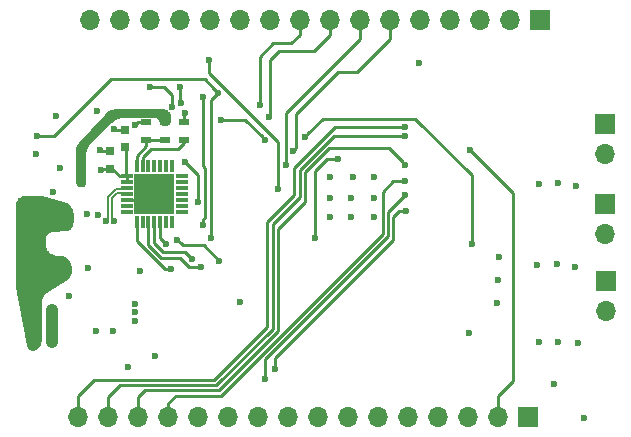
<source format=gbr>
G04 #@! TF.GenerationSoftware,KiCad,Pcbnew,(5.1.4)-1*
G04 #@! TF.CreationDate,2020-08-02T15:41:35-03:00*
G04 #@! TF.ProjectId,esp32_energy_monitor,65737033-325f-4656-9e65-7267795f6d6f,A*
G04 #@! TF.SameCoordinates,PX6d8d2a8PY639eee0*
G04 #@! TF.FileFunction,Copper,L4,Bot*
G04 #@! TF.FilePolarity,Positive*
%FSLAX46Y46*%
G04 Gerber Fmt 4.6, Leading zero omitted, Abs format (unit mm)*
G04 Created by KiCad (PCBNEW (5.1.4)-1) date 2020-08-02 15:41:35*
%MOMM*%
%LPD*%
G04 APERTURE LIST*
G04 #@! TA.AperFunction,ComponentPad*
%ADD10O,1.900000X1.100000*%
G04 #@! TD*
G04 #@! TA.AperFunction,ComponentPad*
%ADD11C,1.450000*%
G04 #@! TD*
G04 #@! TA.AperFunction,SMDPad,CuDef*
%ADD12R,0.800000X0.750000*%
G04 #@! TD*
G04 #@! TA.AperFunction,SMDPad,CuDef*
%ADD13R,0.750000X0.800000*%
G04 #@! TD*
G04 #@! TA.AperFunction,SMDPad,CuDef*
%ADD14R,3.350000X3.350000*%
G04 #@! TD*
G04 #@! TA.AperFunction,SMDPad,CuDef*
%ADD15R,0.300000X1.000000*%
G04 #@! TD*
G04 #@! TA.AperFunction,SMDPad,CuDef*
%ADD16R,1.000000X0.300000*%
G04 #@! TD*
G04 #@! TA.AperFunction,ComponentPad*
%ADD17O,1.700000X1.700000*%
G04 #@! TD*
G04 #@! TA.AperFunction,ComponentPad*
%ADD18R,1.700000X1.700000*%
G04 #@! TD*
G04 #@! TA.AperFunction,SMDPad,CuDef*
%ADD19R,0.500000X0.900000*%
G04 #@! TD*
G04 #@! TA.AperFunction,SMDPad,CuDef*
%ADD20R,0.900000X0.500000*%
G04 #@! TD*
G04 #@! TA.AperFunction,ViaPad*
%ADD21C,0.600000*%
G04 #@! TD*
G04 #@! TA.AperFunction,Conductor*
%ADD22C,1.000000*%
G04 #@! TD*
G04 #@! TA.AperFunction,Conductor*
%ADD23C,0.500000*%
G04 #@! TD*
G04 #@! TA.AperFunction,Conductor*
%ADD24C,0.250000*%
G04 #@! TD*
G04 #@! TA.AperFunction,Conductor*
%ADD25C,0.200000*%
G04 #@! TD*
G04 #@! TA.AperFunction,Conductor*
%ADD26C,0.254000*%
G04 #@! TD*
G04 APERTURE END LIST*
D10*
G04 #@! TO.P,J1,6*
G04 #@! TO.N,GNDD*
X1827000Y13460000D03*
D11*
X4527000Y19460000D03*
X4527000Y14460000D03*
D10*
X1827000Y20460000D03*
G04 #@! TD*
D12*
G04 #@! TO.P,C1,2*
G04 #@! TO.N,GNDD*
X2377000Y11460000D03*
G04 #@! TO.P,C1,1*
G04 #@! TO.N,GND*
X3877000Y11460000D03*
G04 #@! TD*
D13*
G04 #@! TO.P,C10,2*
G04 #@! TO.N,GND*
X10027000Y26710000D03*
G04 #@! TO.P,C10,1*
G04 #@! TO.N,+3V3*
X10027000Y25210000D03*
G04 #@! TD*
G04 #@! TO.P,C11,1*
G04 #@! TO.N,+3V3*
X8727000Y23410000D03*
G04 #@! TO.P,C11,2*
G04 #@! TO.N,GND*
X8727000Y24910000D03*
G04 #@! TD*
D14*
G04 #@! TO.P,IC2,29*
G04 #@! TO.N,GND*
X12527000Y21260000D03*
D15*
G04 #@! TO.P,IC2,28*
G04 #@! TO.N,DTR*
X11027000Y18910000D03*
G04 #@! TO.P,IC2,27*
G04 #@! TO.N,N/C*
X11527000Y18910000D03*
G04 #@! TO.P,IC2,26*
G04 #@! TO.N,RX0*
X12027000Y18910000D03*
G04 #@! TO.P,IC2,25*
G04 #@! TO.N,TX0*
X12527000Y18910000D03*
G04 #@! TO.P,IC2,24*
G04 #@! TO.N,RTS*
X13027000Y18910000D03*
G04 #@! TO.P,IC2,23*
G04 #@! TO.N,N/C*
X13527000Y18910000D03*
G04 #@! TO.P,IC2,22*
X14027000Y18910000D03*
D16*
G04 #@! TO.P,IC2,21*
X14877000Y19760000D03*
G04 #@! TO.P,IC2,20*
X14877000Y20260000D03*
G04 #@! TO.P,IC2,19*
X14877000Y20760000D03*
G04 #@! TO.P,IC2,18*
X14877000Y21260000D03*
G04 #@! TO.P,IC2,17*
X14877000Y21760000D03*
G04 #@! TO.P,IC2,16*
X14877000Y22260000D03*
G04 #@! TO.P,IC2,15*
X14877000Y22760000D03*
D15*
G04 #@! TO.P,IC2,14*
X14027000Y23610000D03*
G04 #@! TO.P,IC2,13*
X13527000Y23610000D03*
G04 #@! TO.P,IC2,12*
X13027000Y23610000D03*
G04 #@! TO.P,IC2,11*
X12527000Y23610000D03*
G04 #@! TO.P,IC2,10*
X12027000Y23610000D03*
G04 #@! TO.P,IC2,9*
G04 #@! TO.N,Net-(IC2-Pad9)*
X11527000Y23610000D03*
G04 #@! TO.P,IC2,8*
G04 #@! TO.N,Net-(IC2-Pad8)*
X11027000Y23610000D03*
D16*
G04 #@! TO.P,IC2,7*
G04 #@! TO.N,+3V3*
X10177000Y22760000D03*
G04 #@! TO.P,IC2,6*
X10177000Y22260000D03*
G04 #@! TO.P,IC2,5*
G04 #@! TO.N,USB_DN*
X10177000Y21760000D03*
G04 #@! TO.P,IC2,4*
G04 #@! TO.N,USB_DP*
X10177000Y21260000D03*
G04 #@! TO.P,IC2,3*
G04 #@! TO.N,GND*
X10177000Y20760000D03*
G04 #@! TO.P,IC2,2*
G04 #@! TO.N,N/C*
X10177000Y20260000D03*
G04 #@! TO.P,IC2,1*
X10177000Y19760000D03*
G04 #@! TD*
D17*
G04 #@! TO.P,J2,2*
G04 #@! TO.N,Net-(C2-Pad1)*
X50736500Y11366500D03*
D18*
G04 #@! TO.P,J2,1*
G04 #@! TO.N,ADC1_6*
X50736500Y13906500D03*
G04 #@! TD*
G04 #@! TO.P,J3,1*
G04 #@! TO.N,ADC1_7*
X50673000Y20447000D03*
D17*
G04 #@! TO.P,J3,2*
G04 #@! TO.N,Net-(C5-Pad1)*
X50673000Y17907000D03*
G04 #@! TD*
D18*
G04 #@! TO.P,J4,1*
G04 #@! TO.N,ADC1_4*
X50673000Y27178000D03*
D17*
G04 #@! TO.P,J4,2*
G04 #@! TO.N,Net-(C9-Pad1)*
X50673000Y24638000D03*
G04 #@! TD*
D18*
G04 #@! TO.P,J5,1*
G04 #@! TO.N,+3V3*
X44188000Y2413000D03*
D17*
G04 #@! TO.P,J5,2*
G04 #@! TO.N,IO25*
X41648000Y2413000D03*
G04 #@! TO.P,J5,3*
G04 #@! TO.N,SENSOR_VP*
X39108000Y2413000D03*
G04 #@! TO.P,J5,4*
G04 #@! TO.N,SENSOR_VN*
X36568000Y2413000D03*
G04 #@! TO.P,J5,5*
G04 #@! TO.N,SD2*
X34028000Y2413000D03*
G04 #@! TO.P,J5,6*
G04 #@! TO.N,SD3*
X31488000Y2413000D03*
G04 #@! TO.P,J5,7*
G04 #@! TO.N,SCS*
X28948000Y2413000D03*
G04 #@! TO.P,J5,8*
G04 #@! TO.N,CLK*
X26408000Y2413000D03*
G04 #@! TO.P,J5,9*
G04 #@! TO.N,SD0*
X23868000Y2413000D03*
G04 #@! TO.P,J5,10*
G04 #@! TO.N,SD1*
X21328000Y2413000D03*
G04 #@! TO.P,J5,11*
G04 #@! TO.N,ADC1_7*
X18788000Y2413000D03*
G04 #@! TO.P,J5,12*
G04 #@! TO.N,ADC1_6*
X16248000Y2413000D03*
G04 #@! TO.P,J5,13*
G04 #@! TO.N,ADC1_4*
X13708000Y2413000D03*
G04 #@! TO.P,J5,14*
G04 #@! TO.N,IO33*
X11168000Y2413000D03*
G04 #@! TO.P,J5,15*
G04 #@! TO.N,IO26*
X8628000Y2413000D03*
G04 #@! TO.P,J5,16*
G04 #@! TO.N,IO27*
X6088000Y2413000D03*
G04 #@! TD*
G04 #@! TO.P,J6,16*
G04 #@! TO.N,GND*
X7047000Y35960000D03*
G04 #@! TO.P,J6,15*
X9587000Y35960000D03*
G04 #@! TO.P,J6,14*
G04 #@! TO.N,IO23*
X12127000Y35960000D03*
G04 #@! TO.P,J6,13*
G04 #@! TO.N,IO22*
X14667000Y35960000D03*
G04 #@! TO.P,J6,12*
G04 #@! TO.N,IO21*
X17207000Y35960000D03*
G04 #@! TO.P,J6,11*
G04 #@! TO.N,IO19*
X19747000Y35960000D03*
G04 #@! TO.P,J6,10*
G04 #@! TO.N,IO4*
X22287000Y35960000D03*
G04 #@! TO.P,J6,9*
G04 #@! TO.N,IO16*
X24827000Y35960000D03*
G04 #@! TO.P,J6,8*
G04 #@! TO.N,IO17*
X27367000Y35960000D03*
G04 #@! TO.P,J6,7*
G04 #@! TO.N,IO18*
X29907000Y35960000D03*
G04 #@! TO.P,J6,6*
G04 #@! TO.N,IO5*
X32447000Y35960000D03*
G04 #@! TO.P,J6,5*
G04 #@! TO.N,IO2*
X34987000Y35960000D03*
G04 #@! TO.P,J6,4*
G04 #@! TO.N,IO15*
X37527000Y35960000D03*
G04 #@! TO.P,J6,3*
G04 #@! TO.N,IO13*
X40067000Y35960000D03*
G04 #@! TO.P,J6,2*
G04 #@! TO.N,IO12*
X42607000Y35960000D03*
D18*
G04 #@! TO.P,J6,1*
G04 #@! TO.N,IO14*
X45147000Y35960000D03*
G04 #@! TD*
D19*
G04 #@! TO.P,R3,2*
G04 #@! TO.N,GNDD*
X2377000Y9860000D03*
G04 #@! TO.P,R3,1*
G04 #@! TO.N,GND*
X3877000Y9860000D03*
G04 #@! TD*
D20*
G04 #@! TO.P,R10,1*
G04 #@! TO.N,Net-(IC2-Pad8)*
X13427000Y25810000D03*
G04 #@! TO.P,R10,2*
G04 #@! TO.N,VBUS*
X13427000Y27310000D03*
G04 #@! TD*
G04 #@! TO.P,R11,1*
G04 #@! TO.N,GND*
X11827000Y27310000D03*
G04 #@! TO.P,R11,2*
G04 #@! TO.N,Net-(IC2-Pad8)*
X11827000Y25810000D03*
G04 #@! TD*
G04 #@! TO.P,R12,2*
G04 #@! TO.N,Net-(IC2-Pad9)*
X15027000Y25810000D03*
G04 #@! TO.P,R12,1*
G04 #@! TO.N,+3V3*
X15027000Y27310000D03*
G04 #@! TD*
D21*
G04 #@! TO.N,GND*
X27432000Y19304000D03*
X11527000Y20260000D03*
X13627000Y20260000D03*
X13627000Y22260000D03*
X11527000Y22260000D03*
X31115000Y22733000D03*
X29210000Y20955000D03*
X27432000Y22733000D03*
X31115000Y20955000D03*
X27432000Y20955000D03*
X29337000Y22733000D03*
X10861000Y11928000D03*
X10861000Y11228000D03*
X10861000Y10528000D03*
X31115000Y19304000D03*
X29210000Y19304000D03*
X3927000Y8660000D03*
X3927000Y21460000D03*
X7902022Y24960000D03*
X7727000Y19460000D03*
X5327000Y12660000D03*
X39127000Y9460000D03*
X6852000Y19560000D03*
X4226980Y27860000D03*
X7561000Y9628000D03*
X10261000Y6628000D03*
X2527000Y24660000D03*
X10927000Y27060000D03*
X7627000Y28260000D03*
X9127000Y26760000D03*
X4527000Y23460000D03*
X41727000Y15960000D03*
X6927012Y15010000D03*
X19812000Y12128500D03*
X12319000Y21260000D03*
X46736000Y8763000D03*
X48387000Y8636000D03*
X48895000Y2286000D03*
X34925000Y32385000D03*
X46736000Y22225000D03*
X48260000Y21971000D03*
X46609000Y15367000D03*
X48133000Y15113000D03*
G04 #@! TO.N,+3V3*
X12561000Y7528000D03*
X7979334Y23276906D03*
X9061000Y9628004D03*
X41627002Y13960000D03*
X41527000Y12060000D03*
X15103010Y28128012D03*
X46355000Y5207000D03*
X44958000Y15240000D03*
X45085000Y8763000D03*
X45085000Y22098000D03*
G04 #@! TO.N,GNDD*
X2327000Y8660000D03*
G04 #@! TO.N,EN*
X39377000Y17010000D03*
X18151012Y27559000D03*
X25273000Y26088839D03*
X21910051Y25847051D03*
G04 #@! TO.N,IO0*
X2627000Y26160000D03*
X17907000Y29845000D03*
X17281990Y17525999D03*
G04 #@! TO.N,IO21*
X22987000Y21717000D03*
X17145000Y32575500D03*
G04 #@! TO.N,VBUS*
X6227000Y22560000D03*
X11303000Y14732000D03*
G04 #@! TO.N,USB_DP*
X9127885Y18992940D03*
G04 #@! TO.N,USB_DN*
X8427885Y18992940D03*
G04 #@! TO.N,RTS*
X13525534Y17008917D03*
G04 #@! TO.N,TX0*
X15748000Y15748000D03*
G04 #@! TO.N,RX0*
X16510000Y15113000D03*
G04 #@! TO.N,DTR*
X15103010Y23960000D03*
X13906500Y14922500D03*
X16206969Y20574000D03*
G04 #@! TO.N,ADC1_6*
X22733000Y6477000D03*
X33794000Y19800000D03*
G04 #@! TO.N,ADC1_7*
X33782000Y21209000D03*
X21852357Y5591256D03*
G04 #@! TO.N,ADC1_4*
X33770000Y22340000D03*
G04 #@! TO.N,IO25*
X39243000Y25019000D03*
G04 #@! TO.N,SCS*
X26162000Y17526000D03*
X28067000Y24257000D03*
G04 #@! TO.N,IO33*
X33782000Y23749000D03*
G04 #@! TO.N,IO26*
X33782000Y26133977D03*
G04 #@! TO.N,IO27*
X33782000Y26933990D03*
G04 #@! TO.N,IO23*
X14033500Y28638500D03*
X12128500Y30343010D03*
G04 #@! TO.N,IO22*
X18034000Y15621000D03*
X14477990Y17399000D03*
X14732000Y30352998D03*
X14761795Y28969543D03*
G04 #@! TO.N,IO19*
X16637000Y29464000D03*
X16637000Y18669000D03*
G04 #@! TO.N,IO18*
X23632913Y23749000D03*
G04 #@! TO.N,IO17*
X22225000Y27813000D03*
G04 #@! TO.N,IO16*
X21463000Y28829000D03*
G04 #@! TO.N,IO5*
X24257913Y24892000D03*
G04 #@! TD*
D22*
G04 #@! TO.N,GND*
X3877000Y11460000D02*
X3877000Y9860000D01*
X3877000Y9860000D02*
X3877000Y8710000D01*
D23*
X3877000Y8710000D02*
X3927000Y8660000D01*
D24*
X11027000Y20760000D02*
X11527000Y20260000D01*
X10177000Y20760000D02*
X11027000Y20760000D01*
X8727000Y24910000D02*
X7952022Y24910000D01*
X7952022Y24910000D02*
X7902022Y24960000D01*
X11827000Y27310000D02*
X11127000Y27310000D01*
X10927000Y27110000D02*
X10927000Y27060000D01*
X11127000Y27310000D02*
X10927000Y27110000D01*
X9177000Y26710000D02*
X9127000Y26760000D01*
X10027000Y26710000D02*
X9177000Y26710000D01*
G04 #@! TO.N,+3V3*
X10177000Y22260000D02*
X10177000Y22610000D01*
X10177000Y22610000D02*
X10177000Y22760000D01*
X8727000Y23410000D02*
X8102000Y23410000D01*
X8102000Y23410000D02*
X7979334Y23287334D01*
X7979334Y23287334D02*
X7979334Y23276906D01*
X10127000Y22810000D02*
X10177000Y22760000D01*
X10027000Y25210000D02*
X10127000Y25110000D01*
X10127000Y25110000D02*
X10127000Y22810000D01*
X15027000Y27310000D02*
X15227000Y27310000D01*
X9627000Y22760000D02*
X10177000Y22760000D01*
X8727000Y23410000D02*
X8977000Y23410000D01*
X8977000Y23410000D02*
X9627000Y22760000D01*
X15027000Y28052002D02*
X15103010Y28128012D01*
X15027000Y27310000D02*
X15027000Y28052002D01*
D23*
G04 #@! TO.N,GNDD*
X2377000Y11460000D02*
X2377000Y9860000D01*
X2377000Y9860000D02*
X2377000Y8710000D01*
X2377000Y8710000D02*
X2327000Y8660000D01*
X2377000Y11460000D02*
X2377000Y12910000D01*
D24*
G04 #@! TO.N,EN*
X25572999Y26388838D02*
X25273000Y26088839D01*
X39377000Y22853000D02*
X34624999Y27605001D01*
X26789162Y27605001D02*
X25572999Y26388838D01*
X39377000Y17010000D02*
X39377000Y22853000D01*
X34624999Y27605001D02*
X26789162Y27605001D01*
X21610052Y26147050D02*
X21910051Y25847051D01*
X20198102Y27559000D02*
X21610052Y26147050D01*
X18151012Y27559000D02*
X20198102Y27559000D01*
G04 #@! TO.N,IO0*
X17607001Y30144999D02*
X17907000Y29845000D01*
X16773997Y30978003D02*
X17607001Y30144999D01*
X8845003Y30978003D02*
X16773997Y30978003D01*
X2627000Y26160000D02*
X4027000Y26160000D01*
X4027000Y26160000D02*
X8845003Y30978003D01*
X17907000Y29845000D02*
X17281990Y29219990D01*
X17281990Y29219990D02*
X17281990Y17950263D01*
X17281990Y17950263D02*
X17281990Y17525999D01*
G04 #@! TO.N,IO21*
X17145000Y32151236D02*
X17145000Y32575500D01*
X17145000Y31496000D02*
X17145000Y32151236D01*
X22987000Y25654000D02*
X17145000Y31496000D01*
X22987000Y21717000D02*
X22987000Y25654000D01*
G04 #@! TO.N,VBUS*
X6227000Y22984264D02*
X6227000Y22560000D01*
X6227000Y25159988D02*
X6227000Y22984264D01*
X9277001Y28209989D02*
X6227000Y25159988D01*
X12977011Y28209989D02*
X9277001Y28209989D01*
X13427000Y27310000D02*
X13427000Y27760000D01*
X13427000Y27760000D02*
X12977011Y28209989D01*
D25*
G04 #@! TO.N,USB_DP*
X9802000Y21285000D02*
X9827000Y21260000D01*
X9127885Y18992940D02*
X8927885Y19192940D01*
X8927885Y19192940D02*
X8927885Y20918751D01*
X9369134Y21360000D02*
X9440998Y21360000D01*
X8927885Y20918751D02*
X9369134Y21360000D01*
X9440998Y21360000D02*
X9460999Y21339999D01*
X9460999Y21339999D02*
X9747001Y21339999D01*
X9747001Y21339999D02*
X9827000Y21260000D01*
X9827000Y21260000D02*
X10177000Y21260000D01*
G04 #@! TO.N,USB_DN*
X9802000Y21735000D02*
X9827000Y21760000D01*
X8427885Y18992940D02*
X8627885Y19192940D01*
X8627885Y19192940D02*
X8627885Y21043019D01*
X9827000Y21760000D02*
X10177000Y21760000D01*
X9440998Y21660000D02*
X9460999Y21680001D01*
X9244866Y21660000D02*
X9440998Y21660000D01*
X8627885Y21043019D02*
X9244866Y21660000D01*
X9460999Y21680001D02*
X9747001Y21680001D01*
X9747001Y21680001D02*
X9827000Y21760000D01*
D24*
G04 #@! TO.N,RTS*
X13027000Y17507451D02*
X13225535Y17308916D01*
X13225535Y17308916D02*
X13525534Y17008917D01*
X13027000Y18910000D02*
X13027000Y17507451D01*
G04 #@! TO.N,TX0*
X15112085Y16383915D02*
X15448001Y16047999D01*
X15448001Y16047999D02*
X15748000Y15748000D01*
X12527000Y18910000D02*
X12527000Y17082447D01*
X12527000Y17082447D02*
X13225532Y16383915D01*
X13225532Y16383915D02*
X15112085Y16383915D01*
G04 #@! TO.N,RX0*
X12027000Y16946036D02*
X13098036Y15875000D01*
X13098036Y15875000D02*
X14695998Y15875000D01*
X16085736Y15113000D02*
X16510000Y15113000D01*
X12027000Y18910000D02*
X12027000Y16946036D01*
X14695998Y15875000D02*
X15457998Y15113000D01*
X15457998Y15113000D02*
X16085736Y15113000D01*
G04 #@! TO.N,DTR*
X13482236Y14922500D02*
X13906500Y14922500D01*
X11027000Y18910000D02*
X11027000Y17309625D01*
X11027000Y17309625D02*
X13414125Y14922500D01*
X13414125Y14922500D02*
X13482236Y14922500D01*
X15103010Y23960000D02*
X16206969Y22856041D01*
X16206969Y22856041D02*
X16206969Y20998264D01*
X16206969Y20998264D02*
X16206969Y20574000D01*
G04 #@! TO.N,Net-(IC2-Pad9)*
X11527000Y24360000D02*
X11527000Y23610000D01*
X12227000Y25060000D02*
X11527000Y24360000D01*
X14527000Y25060000D02*
X12227000Y25060000D01*
X15027000Y25810000D02*
X15027000Y25560000D01*
X15027000Y25560000D02*
X14527000Y25060000D01*
G04 #@! TO.N,Net-(IC2-Pad8)*
X11027000Y24360000D02*
X11027000Y23610000D01*
X11027000Y24510000D02*
X11027000Y24360000D01*
X11827000Y25310000D02*
X11027000Y24510000D01*
X11827000Y25810000D02*
X11827000Y25310000D01*
X13427000Y25810000D02*
X11827000Y25810000D01*
G04 #@! TO.N,ADC1_6*
X33262000Y19800000D02*
X33794000Y19800000D01*
X32766000Y19304000D02*
X33262000Y19800000D01*
X22733000Y6477000D02*
X22733000Y7366000D01*
X32766000Y17399000D02*
X32766000Y19304000D01*
X22733000Y7366000D02*
X32766000Y17399000D01*
G04 #@! TO.N,ADC1_7*
X21852357Y7248767D02*
X21852357Y6015520D01*
X32315989Y19742989D02*
X32315989Y17712399D01*
X32315989Y17712399D02*
X21852357Y7248767D01*
X33782000Y21209000D02*
X32315989Y19742989D01*
X21852357Y6015520D02*
X21852357Y5591256D01*
G04 #@! TO.N,ADC1_4*
X32754000Y22340000D02*
X33770000Y22340000D01*
X13708000Y2413000D02*
X13708000Y3548000D01*
X13708000Y3548000D02*
X14339982Y4179982D01*
X14339982Y4179982D02*
X18147160Y4179982D01*
X18147160Y4179982D02*
X31865978Y17898800D01*
X31865978Y17898800D02*
X31865978Y21451978D01*
X31865978Y21451978D02*
X32754000Y22340000D01*
G04 #@! TO.N,IO25*
X39243000Y25019000D02*
X42926000Y21336000D01*
X42926000Y21336000D02*
X42926000Y5461000D01*
X41648000Y4183000D02*
X41648000Y2413000D01*
X42926000Y5461000D02*
X41648000Y4183000D01*
G04 #@! TO.N,SCS*
X27178000Y24257000D02*
X26162000Y23241000D01*
X26162000Y23241000D02*
X26162000Y17950264D01*
X26162000Y17950264D02*
X26162000Y17526000D01*
X28067000Y24257000D02*
X27178000Y24257000D01*
G04 #@! TO.N,IO33*
X33482001Y24048999D02*
X33782000Y23749000D01*
X32385000Y25146000D02*
X33482001Y24048999D01*
X27343824Y25146000D02*
X32385000Y25146000D01*
X25274023Y20575023D02*
X25274023Y23076199D01*
X25274023Y23076199D02*
X27343824Y25146000D01*
X11168000Y4056000D02*
X11741993Y4629993D01*
X11168000Y2413000D02*
X11168000Y4056000D01*
X11741993Y4629993D02*
X17960762Y4629993D01*
X22987000Y9656231D02*
X22987000Y18288000D01*
X17960762Y4629993D02*
X22987000Y9656231D01*
X22987000Y18288000D02*
X25274023Y20575023D01*
G04 #@! TO.N,IO26*
X33357736Y26133977D02*
X33782000Y26133977D01*
X24824012Y21012601D02*
X24824012Y23262599D01*
X8628000Y4056000D02*
X9652004Y5080004D01*
X8628000Y2413000D02*
X8628000Y4056000D01*
X9652004Y5080004D02*
X17774362Y5080004D01*
X17774362Y5080004D02*
X22536989Y9842631D01*
X22536989Y9842631D02*
X22536989Y18725579D01*
X27695390Y26133977D02*
X33357736Y26133977D01*
X24824012Y23262599D02*
X27695390Y26133977D01*
X22536989Y18725579D02*
X24824012Y21012601D01*
G04 #@! TO.N,IO27*
X33357736Y26933990D02*
X33782000Y26933990D01*
X27858992Y26933990D02*
X33357736Y26933990D01*
X24374001Y23448999D02*
X27858992Y26933990D01*
X24374001Y21199001D02*
X24374001Y23448999D01*
X6088000Y4183000D02*
X7435015Y5530015D01*
X7435015Y5530015D02*
X17587962Y5530015D01*
X17587962Y5530015D02*
X22086978Y10029031D01*
X22086978Y10029031D02*
X22086978Y18911978D01*
X6088000Y2413000D02*
X6088000Y4183000D01*
X22086978Y18911978D02*
X24374001Y21199001D01*
G04 #@! TO.N,IO23*
X13344990Y30343010D02*
X12128500Y30343010D01*
X14033500Y28638500D02*
X14033500Y29654500D01*
X14033500Y29654500D02*
X13344990Y30343010D01*
G04 #@! TO.N,IO22*
X14732000Y30352998D02*
X14732000Y28999338D01*
X14732000Y28999338D02*
X14761795Y28969543D01*
X16720011Y16934989D02*
X14942001Y16934989D01*
X14777989Y17099001D02*
X14477990Y17399000D01*
X14942001Y16934989D02*
X14777989Y17099001D01*
X18034000Y15621000D02*
X16720011Y16934989D01*
G04 #@! TO.N,IO19*
X16637000Y29039736D02*
X16637000Y29464000D01*
X16637000Y23622000D02*
X16637000Y29039736D01*
X16831979Y19288243D02*
X16831979Y23427021D01*
X16637000Y19093264D02*
X16831979Y19288243D01*
X16637000Y18669000D02*
X16637000Y19093264D01*
X16831979Y23427021D02*
X16637000Y23622000D01*
G04 #@! TO.N,IO18*
X23632913Y24173264D02*
X23632913Y23749000D01*
X23632913Y28077913D02*
X23632913Y24173264D01*
X29907000Y35960000D02*
X29907000Y34352000D01*
X29907000Y34352000D02*
X23632913Y28077913D01*
G04 #@! TO.N,IO17*
X27367000Y34757919D02*
X26010081Y33401000D01*
X27367000Y35960000D02*
X27367000Y34757919D01*
X26010081Y33401000D02*
X23114000Y33401000D01*
X23114000Y33401000D02*
X22352000Y32639000D01*
X22352000Y32639000D02*
X22352000Y27940000D01*
X22352000Y27940000D02*
X22225000Y27813000D01*
G04 #@! TO.N,IO16*
X21463000Y32893000D02*
X21463000Y28829000D01*
X22606000Y34036000D02*
X21463000Y32893000D01*
X24105081Y34036000D02*
X22606000Y34036000D01*
X24827000Y35960000D02*
X24827000Y34757919D01*
X24827000Y34757919D02*
X24105081Y34036000D01*
G04 #@! TO.N,IO5*
X32447000Y35960000D02*
X32447000Y34352000D01*
X24511000Y25145087D02*
X24257913Y24892000D01*
X24511000Y28024000D02*
X24511000Y25145087D01*
X28110000Y31623000D02*
X24511000Y28024000D01*
X29718000Y31623000D02*
X28110000Y31623000D01*
X32447000Y34352000D02*
X29718000Y31623000D01*
G04 #@! TD*
D26*
G04 #@! TO.N,GNDD*
G36*
X3033393Y20998326D02*
G01*
X4826733Y20496191D01*
X5003363Y20425993D01*
X5155817Y20324169D01*
X5283621Y20192731D01*
X5381134Y20037480D01*
X5446352Y19858959D01*
X5549847Y19444978D01*
X5576368Y19255094D01*
X5562260Y19063880D01*
X5503340Y18739820D01*
X5464429Y18611018D01*
X5401134Y18500588D01*
X5314598Y18407232D01*
X5209275Y18335759D01*
X5090566Y18289831D01*
X4957369Y18270777D01*
X4034932Y18244421D01*
X4024129Y18243651D01*
X3854821Y18224288D01*
X3833606Y18220005D01*
X3670044Y18172175D01*
X3649865Y18164353D01*
X3496799Y18089447D01*
X3487281Y18084275D01*
X3461658Y18068901D01*
X3447836Y18059308D01*
X3345042Y17977365D01*
X3321783Y17953147D01*
X3244057Y17847129D01*
X3227958Y17817664D01*
X3180732Y17694982D01*
X3172918Y17662325D01*
X3159495Y17531554D01*
X3158889Y17514739D01*
X3175058Y16981153D01*
X3176131Y16968090D01*
X3201817Y16776899D01*
X3207959Y16751449D01*
X3272302Y16569586D01*
X3283531Y16545937D01*
X3383796Y16381132D01*
X3399635Y16360288D01*
X3531562Y16219542D01*
X3551340Y16202389D01*
X3709322Y16091685D01*
X3732196Y16078951D01*
X3909521Y16002992D01*
X3934521Y15995218D01*
X4123654Y15957233D01*
X4136620Y15955319D01*
X4560922Y15914909D01*
X4738901Y15879539D01*
X4900174Y15811618D01*
X5044497Y15712657D01*
X5165977Y15586698D01*
X5259651Y15438888D01*
X5321692Y15275262D01*
X5350596Y15096126D01*
X5364701Y14856346D01*
X5355165Y14662020D01*
X5306078Y14480869D01*
X5219383Y14314420D01*
X5099085Y14170366D01*
X4945315Y14051161D01*
X3336343Y13061024D01*
X3325684Y13053691D01*
X3164140Y12929973D01*
X3145329Y12912255D01*
X3012173Y12758399D01*
X2997338Y12737239D01*
X2898083Y12559614D01*
X2887838Y12535892D01*
X2826591Y12341853D01*
X2821360Y12316546D01*
X2800659Y12114126D01*
X2800000Y12101205D01*
X2800000Y8857471D01*
X2782370Y8697123D01*
X2732581Y8551061D01*
X2652247Y8419305D01*
X2540352Y8303111D01*
X2494830Y8265176D01*
X2394025Y8200893D01*
X2288032Y8166524D01*
X2176806Y8159906D01*
X2067851Y8181390D01*
X1969952Y8229234D01*
X1888325Y8300858D01*
X1828365Y8391395D01*
X1791601Y8502594D01*
X870234Y13385834D01*
X854000Y13559437D01*
X854000Y20153766D01*
X871376Y20330189D01*
X921022Y20493850D01*
X1001638Y20644672D01*
X1110130Y20776870D01*
X1242328Y20885362D01*
X1393150Y20965978D01*
X1556811Y21015624D01*
X1733234Y21033000D01*
X2780957Y21033000D01*
X3033393Y20998326D01*
X3033393Y20998326D01*
G37*
X3033393Y20998326D02*
X4826733Y20496191D01*
X5003363Y20425993D01*
X5155817Y20324169D01*
X5283621Y20192731D01*
X5381134Y20037480D01*
X5446352Y19858959D01*
X5549847Y19444978D01*
X5576368Y19255094D01*
X5562260Y19063880D01*
X5503340Y18739820D01*
X5464429Y18611018D01*
X5401134Y18500588D01*
X5314598Y18407232D01*
X5209275Y18335759D01*
X5090566Y18289831D01*
X4957369Y18270777D01*
X4034932Y18244421D01*
X4024129Y18243651D01*
X3854821Y18224288D01*
X3833606Y18220005D01*
X3670044Y18172175D01*
X3649865Y18164353D01*
X3496799Y18089447D01*
X3487281Y18084275D01*
X3461658Y18068901D01*
X3447836Y18059308D01*
X3345042Y17977365D01*
X3321783Y17953147D01*
X3244057Y17847129D01*
X3227958Y17817664D01*
X3180732Y17694982D01*
X3172918Y17662325D01*
X3159495Y17531554D01*
X3158889Y17514739D01*
X3175058Y16981153D01*
X3176131Y16968090D01*
X3201817Y16776899D01*
X3207959Y16751449D01*
X3272302Y16569586D01*
X3283531Y16545937D01*
X3383796Y16381132D01*
X3399635Y16360288D01*
X3531562Y16219542D01*
X3551340Y16202389D01*
X3709322Y16091685D01*
X3732196Y16078951D01*
X3909521Y16002992D01*
X3934521Y15995218D01*
X4123654Y15957233D01*
X4136620Y15955319D01*
X4560922Y15914909D01*
X4738901Y15879539D01*
X4900174Y15811618D01*
X5044497Y15712657D01*
X5165977Y15586698D01*
X5259651Y15438888D01*
X5321692Y15275262D01*
X5350596Y15096126D01*
X5364701Y14856346D01*
X5355165Y14662020D01*
X5306078Y14480869D01*
X5219383Y14314420D01*
X5099085Y14170366D01*
X4945315Y14051161D01*
X3336343Y13061024D01*
X3325684Y13053691D01*
X3164140Y12929973D01*
X3145329Y12912255D01*
X3012173Y12758399D01*
X2997338Y12737239D01*
X2898083Y12559614D01*
X2887838Y12535892D01*
X2826591Y12341853D01*
X2821360Y12316546D01*
X2800659Y12114126D01*
X2800000Y12101205D01*
X2800000Y8857471D01*
X2782370Y8697123D01*
X2732581Y8551061D01*
X2652247Y8419305D01*
X2540352Y8303111D01*
X2494830Y8265176D01*
X2394025Y8200893D01*
X2288032Y8166524D01*
X2176806Y8159906D01*
X2067851Y8181390D01*
X1969952Y8229234D01*
X1888325Y8300858D01*
X1828365Y8391395D01*
X1791601Y8502594D01*
X870234Y13385834D01*
X854000Y13559437D01*
X854000Y20153766D01*
X871376Y20330189D01*
X921022Y20493850D01*
X1001638Y20644672D01*
X1110130Y20776870D01*
X1242328Y20885362D01*
X1393150Y20965978D01*
X1556811Y21015624D01*
X1733234Y21033000D01*
X2780957Y21033000D01*
X3033393Y20998326D01*
G04 #@! TO.N,VBUS*
G36*
X13354324Y28317851D02*
G01*
X13475267Y28275531D01*
X13568067Y28217221D01*
X13633811Y28151477D01*
X13651384Y28139735D01*
X13674363Y28116756D01*
X13742531Y28008267D01*
X13784851Y27887324D01*
X13800000Y27752873D01*
X13800000Y27568328D01*
X13786231Y27463743D01*
X13749077Y27374045D01*
X13689976Y27297024D01*
X13612955Y27237923D01*
X13523257Y27200769D01*
X13418672Y27187000D01*
X13286992Y27187000D01*
X13208580Y27199419D01*
X13146855Y27230870D01*
X13097870Y27279855D01*
X13066419Y27341580D01*
X13035306Y27538023D01*
X13029020Y27562113D01*
X13023028Y27575813D01*
X12973314Y27673382D01*
X12959891Y27694350D01*
X12949959Y27705528D01*
X12872528Y27782959D01*
X12853282Y27798753D01*
X12840382Y27806314D01*
X12742813Y27856028D01*
X12719629Y27865102D01*
X12705023Y27868306D01*
X12596867Y27885436D01*
X12577000Y27887000D01*
X12293061Y27887000D01*
X12277000Y27888582D01*
X11377000Y27888582D01*
X11360939Y27887000D01*
X9830205Y27887000D01*
X9818055Y27886417D01*
X9627593Y27868111D01*
X9603738Y27863483D01*
X9420248Y27809237D01*
X9397710Y27800150D01*
X9227912Y27711949D01*
X9207519Y27698736D01*
X9057627Y27579809D01*
X9048471Y27571801D01*
X6945266Y25546493D01*
X6936529Y25537189D01*
X6806645Y25384147D01*
X6792184Y25363154D01*
X6695481Y25187257D01*
X6685503Y25163798D01*
X6625878Y24972130D01*
X6620787Y24947151D01*
X6600641Y24747437D01*
X6600000Y24734691D01*
X6600000Y22219992D01*
X6587581Y22141580D01*
X6556130Y22079855D01*
X6507145Y22030870D01*
X6445420Y21999419D01*
X6367008Y21987000D01*
X6217701Y21987000D01*
X6140309Y21999791D01*
X6080462Y22031820D01*
X6033356Y22082202D01*
X5975424Y22204940D01*
X5954000Y22349627D01*
X5954000Y24868434D01*
X5969278Y25033974D01*
X6012993Y25188260D01*
X6084209Y25331944D01*
X6184046Y25464859D01*
X8518965Y28041321D01*
X8659279Y28166947D01*
X8816787Y28257462D01*
X8989623Y28313389D01*
X9176934Y28333000D01*
X13219873Y28333000D01*
X13354324Y28317851D01*
X13354324Y28317851D01*
G37*
X13354324Y28317851D02*
X13475267Y28275531D01*
X13568067Y28217221D01*
X13633811Y28151477D01*
X13651384Y28139735D01*
X13674363Y28116756D01*
X13742531Y28008267D01*
X13784851Y27887324D01*
X13800000Y27752873D01*
X13800000Y27568328D01*
X13786231Y27463743D01*
X13749077Y27374045D01*
X13689976Y27297024D01*
X13612955Y27237923D01*
X13523257Y27200769D01*
X13418672Y27187000D01*
X13286992Y27187000D01*
X13208580Y27199419D01*
X13146855Y27230870D01*
X13097870Y27279855D01*
X13066419Y27341580D01*
X13035306Y27538023D01*
X13029020Y27562113D01*
X13023028Y27575813D01*
X12973314Y27673382D01*
X12959891Y27694350D01*
X12949959Y27705528D01*
X12872528Y27782959D01*
X12853282Y27798753D01*
X12840382Y27806314D01*
X12742813Y27856028D01*
X12719629Y27865102D01*
X12705023Y27868306D01*
X12596867Y27885436D01*
X12577000Y27887000D01*
X12293061Y27887000D01*
X12277000Y27888582D01*
X11377000Y27888582D01*
X11360939Y27887000D01*
X9830205Y27887000D01*
X9818055Y27886417D01*
X9627593Y27868111D01*
X9603738Y27863483D01*
X9420248Y27809237D01*
X9397710Y27800150D01*
X9227912Y27711949D01*
X9207519Y27698736D01*
X9057627Y27579809D01*
X9048471Y27571801D01*
X6945266Y25546493D01*
X6936529Y25537189D01*
X6806645Y25384147D01*
X6792184Y25363154D01*
X6695481Y25187257D01*
X6685503Y25163798D01*
X6625878Y24972130D01*
X6620787Y24947151D01*
X6600641Y24747437D01*
X6600000Y24734691D01*
X6600000Y22219992D01*
X6587581Y22141580D01*
X6556130Y22079855D01*
X6507145Y22030870D01*
X6445420Y21999419D01*
X6367008Y21987000D01*
X6217701Y21987000D01*
X6140309Y21999791D01*
X6080462Y22031820D01*
X6033356Y22082202D01*
X5975424Y22204940D01*
X5954000Y22349627D01*
X5954000Y24868434D01*
X5969278Y25033974D01*
X6012993Y25188260D01*
X6084209Y25331944D01*
X6184046Y25464859D01*
X8518965Y28041321D01*
X8659279Y28166947D01*
X8816787Y28257462D01*
X8989623Y28313389D01*
X9176934Y28333000D01*
X13219873Y28333000D01*
X13354324Y28317851D01*
G04 #@! TD*
M02*

</source>
